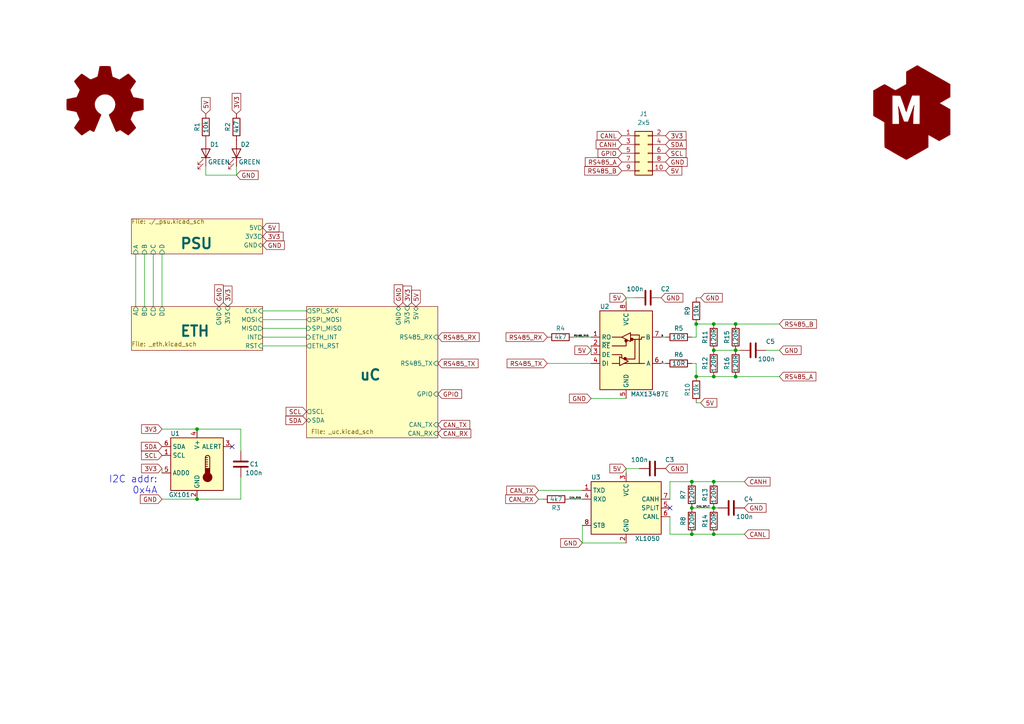
<source format=kicad_sch>
(kicad_sch (version 20211123) (generator eeschema)
  (paper "A4")
  (title_block (title "ether-bridge") (date "2025-06-30") (rev "0.1") (company "makerspace.lt"))
  (lib_symbols
    (symbol "-local:LOGO_KMS" (pin_names (offset 1.016))
      (symbol "LOGO_KMS_0_0"
        (polyline (pts (xy 0.0117 -14.5438) (xy 0.1815 -14.4596) (xy 0.4733 -14.3044) (xy 0.8715 -14.0867) (xy 1.3602 -13.8153) (xy 1.924 -13.4987) (xy 2.5471 -13.1457) (xy 3.2139 -12.765) (xy 6.35 -10.9673) (xy 6.35 -9.1666) (xy 6.3501 -8.9706) (xy 6.3525 -8.4585) (xy 6.3574 -8.0174) (xy 6.3642 -7.6719) (xy 6.3725 -7.4466) (xy 6.382 -7.366) (xy 6.3931 -7.3705) (xy 6.5163 -7.4356) (xy 6.7572 -7.5687) (xy 7.0937 -7.7574) (xy 7.504 -7.9893) (xy 7.966 -8.2524) (xy 9.518 -9.1387) (xy 9.8784 -8.9373) (xy 9.9805 -8.8799) (xy 10.249 -8.728) (xy 10.6096 -8.5232) (xy 11.0278 -8.2852) (xy 11.4694 -8.0335) (xy 12.7 -7.331) (xy 12.7 0.0494) (xy 11.176 0.9196) (xy 11.0418 0.9963) (xy 10.5993 1.2512) (xy 10.2174 1.4738) (xy 9.9177 1.6515) (xy 9.722 1.7712) (xy 9.652 1.8203) (xy 9.6578 1.8264) (xy 9.7659 1.8969) (xy 9.9934 2.0344) (xy 10.3187 2.2262) (xy 10.7201 2.4593) (xy 11.176 2.721) (xy 12.7 3.5912) (xy 12.7 7.3263) (xy 8.3185 9.8382) (xy 7.6069 10.2461) (xy 6.8355 10.688) (xy 6.1113 11.1028) (xy 5.4483 11.4824) (xy 4.8609 11.8184) (xy 4.3634 12.1028) (xy 3.9699 12.3275) (xy 3.6948 12.4842) (xy 3.5523 12.5649) (xy 3.1677 12.7795) (xy 1.5789 11.8716) (xy -0.0098 10.9637) (xy -0.0424 7.3239) (xy -1.6087 6.4227) (xy -1.8975 6.2571) (xy -2.3649 5.9936) (xy -2.7164 5.8043) (xy -2.9709 5.68) (xy -3.1477 5.612) (xy -3.2658 5.5912) (xy -3.3444 5.6086) (xy -3.4618 5.6732) (xy -3.7025 5.8093) (xy -4.0377 6.0007) (xy -4.4409 6.2321) (xy -4.8855 6.4885) (xy -5.3221 6.7382) (xy -5.7113 6.9558) (xy -6.0282 7.1278) (xy -6.2482 7.2407) (xy -6.3467 7.2813) (xy -6.3645 7.2764) (xy -6.5062 7.2095) (xy -6.7636 7.0739) (xy -7.1139 6.8821) (xy -7.5342 6.6465) (xy -8.0018 6.3795) (xy -9.5674 5.4776) (xy -9.5674 4.0688) (xy -4.064 4.0688) (xy -1.7516 4.0216) (xy -1.1718 2.4553) (xy -1 1.9865) (xy -0.7964 1.4201) (xy -0.6059 0.8796) (xy -0.4442 0.409) (xy -0.3266 0.0527) (xy -0.2179 -0.2807) (xy -0.1159 -0.5429) (xy -0.0353 -0.6449) (xy 0.0378 -0.5883) (xy 0.1173 -0.3745) (xy 0.217 -0.005) (xy 0.2461 0.1011) (xy 0.3452 0.4246) (xy 0.4827 0.8444) (xy 0.6445 1.3178) (xy 0.8165 1.8022) (xy 0.8988 2.0297) (xy 1.0719 2.5096) (xy 1.232 2.9552) (xy 1.3642 3.325) (xy 1.4536 3.5771) (xy 1.6242 4.064) (xy 3.88 4.064) (xy 3.9085 3.0691) (xy 3.9135 2.811) (xy 3.9177 2.3699) (xy 3.9198 1.8095) (xy 3.9199 1.1571) (xy 3.9179 0.44) (xy 3.9139 -0.3146) (xy 3.908 -1.0795) (xy 3.879 -4.2334) (xy 1.9224 -4.2334) (xy 1.9748 -2.4342) (xy 1.9947 -1.8396) (xy 2.0364 -0.9704) (xy 2.0906 -0.2293) (xy 2.1593 0.4093) (xy 2.2446 0.971) (xy 2.262 1.0904) (xy 2.2529 1.171) (xy 2.1976 1.1001) (xy 2.0991 0.8842) (xy 1.9605 0.5295) (xy 1.7849 0.0423) (xy 1.7468 -0.0664) (xy 1.5718 -0.5599) (xy 1.3664 -1.1332) (xy 1.1532 -1.7235) (xy 0.9546 -2.2683) (xy 0.4799 -3.5629) (xy -0.1138 -3.5383) (xy -0.7074 -3.5137) (xy -0.9586 -2.8364) (xy -0.9612 -2.8292) (xy -1.0706 -2.529) (xy -1.2213 -2.1084) (xy -1.3998 -1.6058) (xy -1.5924 -1.0595) (xy -1.7856 -0.508) (xy -1.8442 -0.3408) (xy -2.0095 0.1196) (xy -2.1523 0.5018) (xy -2.2647 0.7852) (xy -2.3386 0.9493) (xy -2.3659 0.9736) (xy -2.3657 0.9477) (xy -2.3538 0.7623) (xy -2.3275 0.455) (xy -2.29 0.0619) (xy -2.2445 -0.381) (xy -2.2379 -0.4446) (xy -2.1912 -1.0068) (xy -2.1531 -1.6534) (xy -2.1273 -2.3095) (xy -2.1176 -2.8999) (xy -2.1167 -4.2334) (xy -4.064 -4.2334) (xy -4.064 4.0688) (xy -9.5674 4.0688) (xy -9.5674 -1.8386) (xy -8.1915 -2.6257) (xy -7.7716 -2.8672) (xy -7.3526 -3.111) (xy -6.9963 -3.3211) (xy -6.7308 -3.4809) (xy -6.5844 -3.5738) (xy -6.353 -3.7348) (xy -6.3529 -7.3454) (xy -6.3527 -7.7944) (xy -6.3506 -8.6376) (xy -6.346 -9.3299) (xy -6.3386 -9.8839) (xy -6.3279 -10.3121) (xy -6.3136 -10.6272) (xy -6.2954 -10.8417) (xy -6.2729 -10.9682) (xy -6.2456 -11.0192) (xy -6.2238 -11.0319) (xy -6.0739 -11.1186) (xy -5.8 -11.2769) (xy -5.4182 -11.4974) (xy -4.9445 -11.7709) (xy -4.3949 -12.0881) (xy -3.7856 -12.4397) (xy -3.1327 -12.8164) (xy -2.8568 -12.9754) (xy -2.2209 -13.34) (xy -1.6355 -13.6733) (xy -1.1165 -13.9663) (xy -0.6799 -14.2101) (xy -0.3417 -14.3958) (xy -0.1179 -14.5142) (xy -0.0246 -14.5566) (xy 0.0117 -14.5438)) (stroke (width 0.01)) (fill (type outline)))
      )
    )
    (symbol "Connector_Generic:Conn_02x05_Odd_Even" (pin_names (offset 1.016) hide)
      (property "Reference" "J" (at 1.27 7.62 0))
      (property "Value" "Conn_02x05_Odd_Even" (at 1.27 -7.62 0))
      (symbol "Conn_02x05_Odd_Even_1_1"
        (rectangle (start -1.27 -4.953) (end 0 -5.207) (stroke (width 0.1524)))
        (rectangle (start -1.27 -2.413) (end 0 -2.667) (stroke (width 0.1524)))
        (rectangle (start -1.27 0.127) (end 0 -0.127) (stroke (width 0.1524)))
        (rectangle (start -1.27 2.667) (end 0 2.413) (stroke (width 0.1524)))
        (rectangle (start -1.27 5.207) (end 0 4.953) (stroke (width 0.1524)))
        (rectangle (start -1.27 6.35) (end 3.81 -6.35) (stroke (width 0.254)) (fill (type background)))
        (rectangle (start 3.81 -4.953) (end 2.54 -5.207) (stroke (width 0.1524)))
        (rectangle (start 3.81 -2.413) (end 2.54 -2.667) (stroke (width 0.1524)))
        (rectangle (start 3.81 0.127) (end 2.54 -0.127) (stroke (width 0.1524)))
        (rectangle (start 3.81 2.667) (end 2.54 2.413) (stroke (width 0.1524)))
        (rectangle (start 3.81 5.207) (end 2.54 4.953) (stroke (width 0.1524)))
        (pin passive line (at -5.08 5.08 0) (length 3.81) (name "Pin_1") (number "1"))
        (pin passive line (at 7.62 -5.08 180) (length 3.81) (name "Pin_10") (number "10"))
        (pin passive line (at 7.62 5.08 180) (length 3.81) (name "Pin_2") (number "2"))
        (pin passive line (at -5.08 2.54 0) (length 3.81) (name "Pin_3") (number "3"))
        (pin passive line (at 7.62 2.54 180) (length 3.81) (name "Pin_4") (number "4"))
        (pin passive line (at -5.08 0 0) (length 3.81) (name "Pin_5") (number "5"))
        (pin passive line (at 7.62 0 180) (length 3.81) (name "Pin_6") (number "6"))
        (pin passive line (at -5.08 -2.54 0) (length 3.81) (name "Pin_7") (number "7"))
        (pin passive line (at 7.62 -2.54 180) (length 3.81) (name "Pin_8") (number "8"))
        (pin passive line (at -5.08 -5.08 0) (length 3.81) (name "Pin_9") (number "9"))
      )
    )
    (symbol "Device:C" (pin_numbers hide) (pin_names (offset 0.254))
      (property "Reference" "C" (at 0.635 2.54 0))
      (property "Value" "C" (at 0.635 -2.54 0))
      (symbol "C_0_1"
        (polyline (pts (xy -2.032 -0.762) (xy 2.032 -0.762)) (stroke (width 0.508)))
        (polyline (pts (xy -2.032 0.762) (xy 2.032 0.762)) (stroke (width 0.508)))
      )
      (symbol "C_1_1"
        (pin passive line (at 0 3.81 270) (length 2.794) (name "~") (number "1"))
        (pin passive line (at 0 -3.81 90) (length 2.794) (name "~") (number "2"))
      )
    )
    (symbol "Device:LED" (pin_numbers hide) (pin_names (offset 1.016) hide)
      (property "Reference" "D" (at 0 2.54 0))
      (property "Value" "LED" (at 0 -2.54 0))
      (symbol "LED_0_1"
        (polyline (pts (xy -1.27 -1.27) (xy -1.27 1.27)) (stroke (width 0.254)))
        (polyline (pts (xy -1.27 0) (xy 1.27 0)))
        (polyline (pts (xy 1.27 -1.27) (xy 1.27 1.27) (xy -1.27 0) (xy 1.27 -1.27)) (stroke (width 0.254)))
        (polyline (pts (xy -3.048 -0.762) (xy -4.572 -2.286) (xy -3.81 -2.286) (xy -4.572 -2.286) (xy -4.572 -1.524)))
        (polyline (pts (xy -1.778 -0.762) (xy -3.302 -2.286) (xy -2.54 -2.286) (xy -3.302 -2.286) (xy -3.302 -1.524)))
      )
      (symbol "LED_1_1"
        (pin passive line (at -3.81 0 0) (length 2.54) (name "K") (number "1"))
        (pin passive line (at 3.81 0 180) (length 2.54) (name "A") (number "2"))
      )
    )
    (symbol "Device:R" (pin_numbers hide) (pin_names (offset 0))
      (property "Reference" "R" (at 2.032 0 90))
      (property "Value" "R" (at 0 0 90))
      (symbol "R_0_1"
        (rectangle (start -1.016 -2.54) (end 1.016 2.54) (stroke (width 0.254)))
      )
      (symbol "R_1_1"
        (pin passive line (at 0 3.81 270) (length 1.27) (name "~") (number "1"))
        (pin passive line (at 0 -3.81 90) (length 1.27) (name "~") (number "2"))
      )
    )
    (symbol "Graphic:Logo_Open_Hardware_Large" (pin_names (offset 1.016))
      (symbol "Logo_Open_Hardware_Large_1_1"
        (polyline (pts (xy 6.731 -8.7122) (xy 6.6294 -8.6614) (xy 6.35 -8.4836) (xy 5.9944 -8.255) (xy 5.5372 -7.9502) (xy 5.1054 -7.6454) (xy 4.7498 -7.4168) (xy 4.4958 -7.239) (xy 4.3942 -7.1882) (xy 4.318 -7.2136) (xy 4.1148 -7.3152) (xy 3.81 -7.4676) (xy 3.6322 -7.5692) (xy 3.3528 -7.6708) (xy 3.2258 -7.6962) (xy 3.2004 -7.6708) (xy 3.0988 -7.4676) (xy 2.9464 -7.0866) (xy 2.7178 -6.604) (xy 2.4892 -6.0452) (xy 2.2352 -5.4356) (xy 1.9558 -4.826) (xy 1.7272 -4.2164) (xy 1.4986 -3.683) (xy 1.3208 -3.2512) (xy 1.2192 -2.9464) (xy 1.1684 -2.8194) (xy 1.1938 -2.794) (xy 1.3208 -2.667) (xy 1.5748 -2.4892) (xy 2.0828 -2.0574) (xy 2.6162 -1.397) (xy 2.921 -0.6604) (xy 3.048 0.1524) (xy 2.9464 0.9144) (xy 2.6416 1.6256) (xy 2.1336 2.286) (xy 1.524 2.7686) (xy 0.8128 3.0734) (xy 0 3.175) (xy -0.762 3.0988) (xy -1.4986 2.794) (xy -2.159 2.286) (xy -2.4384 1.9812) (xy -2.8194 1.3208) (xy -3.048 0.6096) (xy -3.0734 0.4318) (xy -3.0226 -0.3556) (xy -2.794 -1.0922) (xy -2.3876 -1.7526) (xy -1.8288 -2.3114) (xy -1.7526 -2.3622) (xy -1.4732 -2.5654) (xy -1.2954 -2.6924) (xy -1.1684 -2.8194) (xy -2.159 -5.207) (xy -2.3114 -5.588) (xy -2.5908 -6.2484) (xy -2.8194 -6.8072) (xy -3.0226 -7.2644) (xy -3.1496 -7.5692) (xy -3.2258 -7.6708) (xy -3.2258 -7.6962) (xy -3.302 -7.6962) (xy -3.4798 -7.6454) (xy -3.8354 -7.4676) (xy -4.0386 -7.366) (xy -4.2926 -7.239) (xy -4.4196 -7.1882) (xy -4.5212 -7.239) (xy -4.7498 -7.3914) (xy -5.1054 -7.6454) (xy -5.5372 -7.9248) (xy -5.9436 -8.2042) (xy -6.3246 -8.4582) (xy -6.604 -8.636) (xy -6.731 -8.7122) (xy -6.7564 -8.7122) (xy -6.858 -8.636) (xy -7.0866 -8.4582) (xy -7.4168 -8.1534) (xy -7.874 -7.6962) (xy -7.9502 -7.62) (xy -8.3312 -7.239) (xy -8.636 -6.9088) (xy -8.8392 -6.6802) (xy -8.9154 -6.5786) (xy -8.9154 -6.5786) (xy -8.8392 -6.4516) (xy -8.6614 -6.1722) (xy -8.4328 -5.7912) (xy -8.128 -5.3594) (xy -7.3152 -4.191) (xy -7.7724 -3.0988) (xy -7.8994 -2.7686) (xy -8.0772 -2.3622) (xy -8.2042 -2.0828) (xy -8.255 -1.9558) (xy -8.382 -1.905) (xy -8.6614 -1.8542) (xy -9.0932 -1.7526) (xy -9.6266 -1.651) (xy -10.1092 -1.5748) (xy -10.541 -1.4732) (xy -10.8712 -1.4224) (xy -11.0236 -1.397) (xy -11.049 -1.3716) (xy -11.0744 -1.2954) (xy -11.0998 -1.143) (xy -11.0998 -0.889) (xy -11.1252 -0.4572) (xy -11.1252 0.1524) (xy -11.1252 0.2286) (xy -11.0998 0.8128) (xy -11.0998 1.27) (xy -11.0744 1.5494) (xy -11.0744 1.6764) (xy -11.0744 1.6764) (xy -10.922 1.7018) (xy -10.6172 1.778) (xy -10.16 1.8542) (xy -9.652 1.9558) (xy -9.6012 1.9812) (xy -9.0932 2.0828) (xy -8.636 2.159) (xy -8.3312 2.2352) (xy -8.2042 2.286) (xy -8.1788 2.3114) (xy -8.0772 2.5146) (xy -7.9248 2.8448) (xy -7.747 3.2512) (xy -7.5692 3.6576) (xy -7.4168 4.0386) (xy -7.3152 4.318) (xy -7.2898 4.445) (xy -7.2898 4.445) (xy -7.366 4.572) (xy -7.5438 4.826) (xy -7.7978 5.207) (xy -8.128 5.6642) (xy -8.128 5.6896) (xy -8.4328 6.1468) (xy -8.6868 6.5278) (xy -8.8392 6.7818) (xy -8.9154 6.9088) (xy -8.9154 6.9088) (xy -8.8138 7.0358) (xy -8.5852 7.2898) (xy -8.255 7.6454) (xy -7.874 8.0264) (xy -7.747 8.1534) (xy -7.3152 8.5852) (xy -7.0104 8.8646) (xy -6.8326 8.9916) (xy -6.731 9.0424) (xy -6.731 9.0424) (xy -6.604 8.9408) (xy -6.3246 8.763) (xy -5.9436 8.509) (xy -5.4864 8.2042) (xy -5.461 8.1788) (xy -5.0038 7.874) (xy -4.6482 7.62) (xy -4.3688 7.4422) (xy -4.2672 7.3914) (xy -4.2418 7.3914) (xy -4.064 7.4422) (xy -3.7338 7.5438) (xy -3.3528 7.6962) (xy -2.9464 7.874) (xy -2.5654 8.0264) (xy -2.286 8.1534) (xy -2.159 8.2296) (xy -2.159 8.2296) (xy -2.1082 8.382) (xy -2.032 8.7122) (xy -1.9304 9.1694) (xy -1.8288 9.7282) (xy -1.8034 9.8044) (xy -1.7018 10.3378) (xy -1.6256 10.7696) (xy -1.5748 11.0744) (xy -1.524 11.2014) (xy -1.4478 11.2268) (xy -1.1938 11.2522) (xy -0.8128 11.2522) (xy -0.3302 11.2522) (xy 0.1524 11.2522) (xy 0.6604 11.2522) (xy 1.0668 11.2268) (xy 1.3716 11.2014) (xy 1.4986 11.176) (xy 1.4986 11.176) (xy 1.5494 11.0236) (xy 1.6256 10.6934) (xy 1.7018 10.2108) (xy 1.8288 9.6774) (xy 1.8288 9.5758) (xy 1.9304 9.0424) (xy 2.032 8.6106) (xy 2.0828 8.3058) (xy 2.1336 8.2042) (xy 2.159 8.1788) (xy 2.3876 8.0772) (xy 2.7432 7.9248) (xy 3.175 7.747) (xy 4.191 7.3406) (xy 5.461 8.2042) (xy 5.5626 8.2804) (xy 6.0198 8.5852) (xy 6.3754 8.8392) (xy 6.6294 8.9916) (xy 6.7564 9.0424) (xy 6.7564 9.0424) (xy 6.8834 8.9408) (xy 7.1374 8.7122) (xy 7.4676 8.382) (xy 7.8486 7.9756) (xy 8.1534 7.6962) (xy 8.4836 7.3406) (xy 8.7122 7.112) (xy 8.8392 6.9596) (xy 8.8646 6.858) (xy 8.8646 6.8072) (xy 8.7884 6.6802) (xy 8.6106 6.4008) (xy 8.3312 6.0198) (xy 8.0264 5.588) (xy 7.7978 5.207) (xy 7.5184 4.8006) (xy 7.3406 4.4958) (xy 7.2898 4.3434) (xy 7.2898 4.2926) (xy 7.3914 4.0386) (xy 7.5184 3.683) (xy 7.7216 3.2258) (xy 8.1534 2.2352) (xy 8.7884 2.1082) (xy 9.1948 2.0574) (xy 9.7536 1.9304) (xy 10.2616 1.8288) (xy 11.0998 1.6764) (xy 11.1252 -1.3208) (xy 10.9982 -1.3716) (xy 10.8712 -1.397) (xy 10.5664 -1.4732) (xy 10.1346 -1.5494) (xy 9.6266 -1.651) (xy 9.1948 -1.7272) (xy 8.7376 -1.8288) (xy 8.4328 -1.8796) (xy 8.2804 -1.905) (xy 8.255 -1.9558) (xy 8.1534 -2.159) (xy 7.9756 -2.5146) (xy 7.8232 -2.921) (xy 7.6454 -3.3274) (xy 7.493 -3.7338) (xy 7.366 -4.0132) (xy 7.3406 -4.191) (xy 7.3914 -4.2926) (xy 7.5692 -4.5466) (xy 7.7978 -4.9276) (xy 8.1026 -5.3594) (xy 8.4074 -5.7912) (xy 8.6614 -6.1722) (xy 8.8138 -6.4262) (xy 8.89 -6.5532) (xy 8.8646 -6.6548) (xy 8.6868 -6.858) (xy 8.3566 -7.1882) (xy 7.874 -7.6708) (xy 7.7978 -7.747) (xy 7.3914 -8.128) (xy 7.0612 -8.4328) (xy 6.8326 -8.636) (xy 6.731 -8.7122)) (fill (type outline)))
      )
    )
    (symbol "Interface_CAN_LIN:TJA1042T"
      (property "Reference" "U" (at -10.16 8.89 0))
      (property "Value" "TJA1042T" (at 1.27 8.89 0))
      (symbol "TJA1042T_0_1"
        (rectangle (start -10.16 7.62) (end 10.16 -7.62) (stroke (width 0.254)) (fill (type background)))
      )
      (symbol "TJA1042T_1_1"
        (pin input line (at -12.7 5.08 0) (length 2.54) (name "TXD") (number "1"))
        (pin power_in line (at 0 -10.16 90) (length 2.54) (name "GND") (number "2"))
        (pin power_in line (at 0 10.16 270) (length 2.54) (name "VCC") (number "3"))
        (pin output line (at -12.7 2.54 0) (length 2.54) (name "RXD") (number "4"))
        (pin power_out line (at 12.7 0 180) (length 2.54) (name "SPLIT") (number "5"))
        (pin bidirectional line (at 12.7 -2.54 180) (length 2.54) (name "CANL") (number "6"))
        (pin bidirectional line (at 12.7 2.54 180) (length 2.54) (name "CANH") (number "7"))
        (pin input line (at -12.7 -5.08 0) (length 2.54) (name "STB") (number "8"))
      )
    )
    (symbol "Interface_UART:MAX487E"
      (property "Reference" "U" (at -6.096 11.43 0))
      (property "Value" "MAX487E" (at 0.762 11.43 0))
      (symbol "MAX487E_0_1"
        (rectangle (start -7.62 10.16) (end 7.62 -12.7) (stroke (width 0.254)) (fill (type background)))
        (circle (center -0.3048 -3.683) (radius 0.3556) (stroke (width 0.254)) (fill (type outline)))
        (circle (center -0.0254 1.4986) (radius 0.3556) (stroke (width 0.254)) (fill (type outline)))
        (polyline (pts (xy -4.064 -5.08) (xy -1.905 -5.08)) (stroke (width 0.254)))
        (polyline (pts (xy -4.064 2.54) (xy -1.27 2.54)) (stroke (width 0.254)))
        (polyline (pts (xy -1.27 -3.2004) (xy -1.27 -3.4544)) (stroke (width 0.254)))
        (polyline (pts (xy -0.635 -5.08) (xy 5.334 -5.08)) (stroke (width 0.254)))
        (polyline (pts (xy -4.064 -2.54) (xy -1.27 -2.54) (xy -1.27 -3.175)) (stroke (width 0.254)))
        (polyline (pts (xy 0 1.27) (xy 0 0) (xy -4.064 0)) (stroke (width 0.254)))
        (polyline (pts (xy 1.27 3.175) (xy 3.81 3.175) (xy 3.81 -5.08)) (stroke (width 0.254)))
        (polyline (pts (xy 2.54 1.905) (xy 2.54 -3.81) (xy 0 -3.81)) (stroke (width 0.254)))
        (polyline (pts (xy -1.905 -3.175) (xy -1.905 -5.715) (xy 0.635 -4.445) (xy -1.905 -3.175)) (stroke (width 0.254)))
        (polyline (pts (xy -1.27 2.54) (xy 1.27 3.81) (xy 1.27 1.27) (xy -1.27 2.54)) (stroke (width 0.254)))
        (polyline (pts (xy 1.905 1.905) (xy 4.445 1.905) (xy 4.445 2.54) (xy 5.334 2.54)) (stroke (width 0.254)))
        (rectangle (start 1.27 3.175) (end 1.27 3.175))
        (circle (center 1.651 1.905) (radius 0.3556) (stroke (width 0.254)) (fill (type outline)))
      )
      (symbol "MAX487E_1_1"
        (pin output line (at -10.16 2.54 0) (length 2.54) (name "RO") (number "1"))
        (pin input line (at -10.16 0 0) (length 2.54) (name "~{RE}") (number "2"))
        (pin input line (at -10.16 -2.54 0) (length 2.54) (name "DE") (number "3"))
        (pin input line (at -10.16 -5.08 0) (length 2.54) (name "DI") (number "4"))
        (pin power_in line (at 0 -15.24 90) (length 2.54) (name "GND") (number "5"))
        (pin bidirectional line (at 10.16 -5.08 180) (length 2.54) (name "A") (number "6"))
        (pin bidirectional line (at 10.16 2.54 180) (length 2.54) (name "B") (number "7"))
        (pin power_in line (at 0 12.7 270) (length 2.54) (name "VCC") (number "8"))
      )
    )
    (symbol "Sensor_Temperature:TMP101"
      (property "Reference" "U" (at -2.54 10.795 0))
      (property "Value" "TMP101" (at -2.54 8.89 0))
      (symbol "TMP101_0_1"
        (rectangle (start -7.62 7.62) (end 7.62 -7.62) (stroke (width 0.254)) (fill (type background)))
      )
      (symbol "TMP101_1_1"
        (polyline (pts (xy 2.413 -0.635) (xy 3.048 -0.635)) (stroke (width 0.254)))
        (polyline (pts (xy 2.413 0) (xy 3.048 0)) (stroke (width 0.254)))
        (polyline (pts (xy 2.413 0.635) (xy 3.048 0.635)) (stroke (width 0.254)))
        (polyline (pts (xy 2.413 1.27) (xy 3.048 1.27)) (stroke (width 0.254)))
        (polyline (pts (xy 2.413 1.905) (xy 2.413 -1.27)) (stroke (width 0.254)))
        (polyline (pts (xy 2.413 1.905) (xy 3.048 1.905)) (stroke (width 0.254)))
        (polyline (pts (xy 3.683 1.905) (xy 3.683 -1.27)) (stroke (width 0.254)))
        (circle (center 3.048 -3.81) (radius 1.27) (stroke (width 0.254)) (fill (type outline)))
        (rectangle (start 3.683 -3.175) (end 2.413 -1.27) (stroke (width 0.254)) (fill (type outline)))
        (arc (start 3.683 1.905) (mid 3.048 2.54) (end 2.413 1.905) (stroke (width 0.254)))
        (pin input line (at -10.16 2.54 0) (length 2.54) (name "SCL") (number "1"))
        (pin power_in line (at 0 -10.16 90) (length 2.54) (name "GND") (number "2"))
        (pin open_collector line (at 10.16 5.08 180) (length 2.54) (name "ALERT") (number "3"))
        (pin power_in line (at 0 10.16 270) (length 2.54) (name "V+") (number "4"))
        (pin input line (at -10.16 -2.54 0) (length 2.54) (name "ADD0") (number "5"))
        (pin bidirectional line (at -10.16 5.08 0) (length 2.54) (name "SDA") (number "6"))
      )
    )
  )
  (junction (at 57.15 124.46))
  (junction (at 213.36 101.6))
  (junction (at 213.36 109.22))
  (junction (at 207.01 101.6))
  (junction (at 207.01 147.32))
  (junction (at 201.93 109.22))
  (junction (at 200.66 154.94))
  (junction (at 200.66 139.7))
  (junction (at 207.01 154.94))
  (junction (at 200.66 147.32))
  (junction (at 207.01 139.7))
  (junction (at 57.15 144.78))
  (junction (at 207.01 93.98))
  (junction (at 207.01 109.22))
  (junction (at 201.93 93.98))
  (junction (at 213.36 93.98))
  (no_connect (at 67.31 129.54))
  (no_connect (at 194.31 147.32))
  (wire (pts (xy 201.93 109.22) (xy 207.01 109.22)))
  (wire (pts (xy 171.45 115.57) (xy 181.61 115.57)))
  (wire (pts (xy 76.2 90.17) (xy 88.9 90.17)))
  (wire (pts (xy 207.01 93.98) (xy 213.36 93.98)))
  (wire (pts (xy 203.2 116.84) (xy 201.93 116.84)))
  (wire (pts (xy 194.31 139.7) (xy 200.66 139.7)))
  (wire (pts (xy 76.2 95.25) (xy 88.9 95.25)))
  (wire (pts (xy 171.45 100.33) (xy 171.45 102.87)))
  (wire (pts (xy 222.25 101.6) (xy 226.06 101.6)))
  (wire (pts (xy 193.04 105.41) (xy 191.77 105.41)))
  (wire (pts (xy 46.99 135.89) (xy 46.99 137.16)))
  (wire (pts (xy 194.31 149.86) (xy 194.31 154.94)))
  (wire (pts (xy 215.9 139.7) (xy 207.01 139.7)))
  (wire (pts (xy 41.91 73.66) (xy 41.91 88.9)))
  (wire (pts (xy 181.61 135.89) (xy 181.61 137.16)))
  (wire (pts (xy 213.36 109.22) (xy 226.06 109.22)))
  (wire (pts (xy 156.21 142.24) (xy 168.91 142.24)))
  (wire (pts (xy 57.15 124.46) (xy 69.85 124.46)))
  (wire (pts (xy 207.01 147.32) (xy 200.66 147.32)))
  (wire (pts (xy 201.93 105.41) (xy 200.66 105.41)))
  (wire (pts (xy 181.61 135.89) (xy 185.42 135.89)))
  (wire (pts (xy 214.63 101.6) (xy 213.36 101.6)))
  (wire (pts (xy 201.93 97.79) (xy 200.66 97.79)))
  (wire (pts (xy 69.85 130.81) (xy 69.85 124.46)))
  (wire (pts (xy 208.28 147.32) (xy 207.01 147.32)))
  (wire (pts (xy 44.45 73.66) (xy 44.45 88.9)))
  (wire (pts (xy 193.04 97.79) (xy 191.77 97.79)))
  (wire (pts (xy 181.61 86.36) (xy 184.15 86.36)))
  (wire (pts (xy 203.2 86.36) (xy 201.93 86.36)))
  (wire (pts (xy 213.36 101.6) (xy 207.01 101.6)))
  (wire (pts (xy 39.37 73.66) (xy 39.37 88.9)))
  (wire (pts (xy 165.1 144.78) (xy 168.91 144.78)))
  (wire (pts (xy 207.01 109.22) (xy 213.36 109.22)))
  (wire (pts (xy 76.2 97.79) (xy 88.9 97.79)))
  (wire (pts (xy 207.01 154.94) (xy 200.66 154.94)))
  (wire (pts (xy 158.75 105.41) (xy 171.45 105.41)))
  (wire (pts (xy 69.85 138.43) (xy 69.85 144.78)))
  (wire (pts (xy 215.9 154.94) (xy 207.01 154.94)))
  (wire (pts (xy 46.99 73.66) (xy 46.99 88.9)))
  (wire (pts (xy 181.61 86.36) (xy 181.61 87.63)))
  (wire (pts (xy 201.93 93.98) (xy 201.93 97.79)))
  (wire (pts (xy 194.31 139.7) (xy 194.31 144.78)))
  (wire (pts (xy 213.36 93.98) (xy 226.06 93.98)))
  (wire (pts (xy 207.01 139.7) (xy 200.66 139.7)))
  (wire (pts (xy 57.15 144.78) (xy 46.99 144.78)))
  (wire (pts (xy 168.91 152.4) (xy 168.91 157.48)))
  (wire (pts (xy 168.91 157.48) (xy 181.61 157.48)))
  (wire (pts (xy 76.2 100.33) (xy 88.9 100.33)))
  (wire (pts (xy 166.37 97.79) (xy 171.45 97.79)))
  (wire (pts (xy 46.99 124.46) (xy 57.15 124.46)))
  (wire (pts (xy 201.93 105.41) (xy 201.93 109.22)))
  (wire (pts (xy 68.58 50.8) (xy 68.58 48.26)))
  (wire (pts (xy 59.69 50.8) (xy 68.58 50.8)))
  (wire (pts (xy 59.69 48.26) (xy 59.69 50.8)))
  (wire (pts (xy 156.21 144.78) (xy 157.48 144.78)))
  (wire (pts (xy 194.31 154.94) (xy 200.66 154.94)))
  (wire (pts (xy 76.2 92.71) (xy 88.9 92.71)))
  (wire (pts (xy 69.85 144.78) (xy 57.15 144.78)))
  (wire (pts (xy 201.93 93.98) (xy 207.01 93.98)))
  (text "I2C addr:\n0x4A" (at 45.72 143.51 180) (effects (font (size 2 2)) (justify right bottom)))
  (label "RS485_RX5" (at 166.37 97.79 0) (effects (font (size 0.5 0.5))))
  (label "CAN_RX5" (at 165.1 144.78 0) (effects (font (size 0.5 0.5))))
  (label "B" (at 191.77 97.79 0) (effects (font (size 0.5 0.5))))
  (label "A" (at 191.8486 105.41 0) (effects (font (size 0.5 0.5))))
  (label "CAN_SPLIT" (at 201.93 147.32 0) (effects (font (size 0.5 0.5))))
  (global_label "CANH" (shape input) (at 180.34 41.91 180) (property "Intersheet References" "${INTERSHEET_REFS}" (effects hide)))
  (global_label "GND" (shape input) (at 191.77 86.36 0) (property "Intersheet References" "${INTERSHEET_REFS}" (effects hide)))
  (global_label "CAN_TX" (shape input) (at 156.21 142.24 180) (property "Intersheet References" "${INTERSHEET_REFS}" (effects hide)))
  (global_label "GND" (shape input) (at 171.45 115.57 180) (property "Intersheet References" "${INTERSHEET_REFS}" (effects hide)))
  (global_label "GND" (shape input) (at 63.5 88.9 90) (property "Intersheet References" "${INTERSHEET_REFS}" (effects hide)))
  (global_label "GND" (shape input) (at 46.99 144.78 180) (property "Intersheet References" "${INTERSHEET_REFS}" (effects hide)))
  (global_label "3V3" (shape input) (at 118.11 88.9 90) (property "Intersheet References" "${INTERSHEET_REFS}" (effects hide)))
  (global_label "5V" (shape input) (at 181.61 135.89 180) (property "Intersheet References" "${INTERSHEET_REFS}" (effects hide)))
  (global_label "RS485_RX" (shape input) (at 127 97.79 0) (property "Intersheet References" "${INTERSHEET_REFS}" (effects hide)))
  (global_label "CAN_TX" (shape input) (at 127 123.19 0) (property "Intersheet References" "${INTERSHEET_REFS}" (effects hide)))
  (global_label "GND" (shape input) (at 203.2 86.36 0) (property "Intersheet References" "${INTERSHEET_REFS}" (effects hide)))
  (global_label "RS485_TX" (shape input) (at 127 105.41 0) (property "Intersheet References" "${INTERSHEET_REFS}" (effects hide)))
  (global_label "GND" (shape input) (at 168.91 157.48 180) (property "Intersheet References" "${INTERSHEET_REFS}" (effects hide)))
  (global_label "5V" (shape input) (at 76.2 66.04 0) (property "Intersheet References" "${INTERSHEET_REFS}" (effects hide)))
  (global_label "SCL" (shape input) (at 88.9 119.38 180) (property "Intersheet References" "${INTERSHEET_REFS}" (effects hide)))
  (global_label "GND" (shape input) (at 76.2 71.12 0) (property "Intersheet References" "${INTERSHEET_REFS}" (effects hide)))
  (global_label "RS485_B" (shape input) (at 226.06 93.98 0) (property "Intersheet References" "${INTERSHEET_REFS}" (effects hide)))
  (global_label "RS485_TX" (shape input) (at 158.75 105.41 180) (property "Intersheet References" "${INTERSHEET_REFS}" (effects hide)))
  (global_label "5V" (shape input) (at 171.45 101.6 180) (property "Intersheet References" "${INTERSHEET_REFS}" (effects hide)))
  (global_label "GND" (shape input) (at 68.58 50.8 0) (property "Intersheet References" "${INTERSHEET_REFS}" (effects hide)))
  (global_label "GND" (shape input) (at 115.57 88.9 90) (property "Intersheet References" "${INTERSHEET_REFS}" (effects hide)))
  (global_label "SDA" (shape input) (at 193.04 41.91 0) (property "Intersheet References" "${INTERSHEET_REFS}" (effects hide)))
  (global_label "SCL" (shape input) (at 193.04 44.45 0) (property "Intersheet References" "${INTERSHEET_REFS}" (effects hide)))
  (global_label "GND" (shape input) (at 193.04 135.89 0) (property "Intersheet References" "${INTERSHEET_REFS}" (effects hide)))
  (global_label "RS485_B" (shape input) (at 180.34 49.53 180) (property "Intersheet References" "${INTERSHEET_REFS}" (effects hide)))
  (global_label "RS485_A" (shape input) (at 180.34 46.99 180) (property "Intersheet References" "${INTERSHEET_REFS}" (effects hide)))
  (global_label "GND" (shape input) (at 226.06 101.6 0) (property "Intersheet References" "${INTERSHEET_REFS}" (effects hide)))
  (global_label "RS485_RX" (shape input) (at 158.75 97.79 180) (property "Intersheet References" "${INTERSHEET_REFS}" (effects hide)))
  (global_label "3V3" (shape input) (at 193.04 39.37 0) (property "Intersheet References" "${INTERSHEET_REFS}" (effects hide)))
  (global_label "5V" (shape input) (at 120.65 88.9 90) (property "Intersheet References" "${INTERSHEET_REFS}" (effects hide)))
  (global_label "GND" (shape input) (at 193.04 46.99 0) (property "Intersheet References" "${INTERSHEET_REFS}" (effects hide)))
  (global_label "RS485_A" (shape input) (at 226.06 109.22 0) (property "Intersheet References" "${INTERSHEET_REFS}" (effects hide)))
  (global_label "GPIO" (shape input) (at 127 114.3 0) (property "Intersheet References" "${INTERSHEET_REFS}" (effects hide)))
  (global_label "3V3" (shape input) (at 46.99 135.89 180) (property "Intersheet References" "${INTERSHEET_REFS}" (effects hide)))
  (global_label "5V" (shape input) (at 181.61 86.36 180) (property "Intersheet References" "${INTERSHEET_REFS}" (effects hide)))
  (global_label "SDA" (shape input) (at 88.9 121.92 180) (property "Intersheet References" "${INTERSHEET_REFS}" (effects hide)))
  (global_label "3V3" (shape input) (at 46.99 124.46 180) (property "Intersheet References" "${INTERSHEET_REFS}" (effects hide)))
  (global_label "CANL" (shape input) (at 215.9 154.94 0) (property "Intersheet References" "${INTERSHEET_REFS}" (effects hide)))
  (global_label "SDA" (shape input) (at 46.99 129.54 180) (property "Intersheet References" "${INTERSHEET_REFS}" (effects hide)))
  (global_label "GND" (shape input) (at 215.9 147.32 0) (property "Intersheet References" "${INTERSHEET_REFS}" (effects hide)))
  (global_label "GPIO" (shape input) (at 180.34 44.45 180) (property "Intersheet References" "${INTERSHEET_REFS}" (effects hide)))
  (global_label "SCL" (shape input) (at 46.99 132.08 180) (property "Intersheet References" "${INTERSHEET_REFS}" (effects hide)))
  (global_label "CAN_RX" (shape input) (at 156.21 144.78 180) (property "Intersheet References" "${INTERSHEET_REFS}" (effects hide)))
  (global_label "CANH" (shape input) (at 215.9 139.7 0) (property "Intersheet References" "${INTERSHEET_REFS}" (effects hide)))
  (global_label "CANL" (shape input) (at 180.34 39.37 180) (property "Intersheet References" "${INTERSHEET_REFS}" (effects hide)))
  (global_label "3V3" (shape input) (at 76.2 68.58 0) (property "Intersheet References" "${INTERSHEET_REFS}" (effects hide)))
  (global_label "5V" (shape input) (at 193.04 49.53 0) (property "Intersheet References" "${INTERSHEET_REFS}" (effects hide)))
  (global_label "3V3" (shape input) (at 66.04 88.9 90) (property "Intersheet References" "${INTERSHEET_REFS}" (effects hide)))
  (global_label "CAN_RX" (shape input) (at 127 125.73 0) (property "Intersheet References" "${INTERSHEET_REFS}" (effects hide)))
  (global_label "5V" (shape input) (at 203.2 116.84 0) (property "Intersheet References" "${INTERSHEET_REFS}" (effects hide)))
  (global_label "3V3" (shape input) (at 68.58 33.02 90) (property "Intersheet References" "${INTERSHEET_REFS}" (effects hide)))
  (global_label "5V" (shape input) (at 59.69 33.02 90) (property "Intersheet References" "${INTERSHEET_REFS}" (effects hide)))
  (symbol (lib_id "Device:R") (at 207.01 105.41 0) (unit 1)
    (property "Reference" "R12" (at 204.47 105.41 90))
    (property "Value" "120R" (at 207.01 105.41 90))
    (property "Footprint" "Resistor_SMD:R_0402_1005Metric_Pad0.72x0.64mm_HandSolder" (effects hide))
    (property "jlc-part-type" "B+" (effects hide))
    (property "lcsc#" "C25079" (effects hide))
  )
  (symbol (lib_id "Device:C") (at 187.96 86.36 90) (unit 1)
    (property "Reference" "C2" (at 194.31 83.82 90) (effects (justify left)))
    (property "Value" "100n" (at 186.69 83.82 90) (effects (justify left)))
    (property "Footprint" "Capacitor_SMD:C_0402_1005Metric_Pad0.74x0.62mm_HandSolder" (effects hide))
    (property "jlc-part-type" "B+" (effects hide))
    (property "lcsc#" "C1525" (effects hide))
  )
  (symbol (lib_id "Device:LED") (at 59.69 44.45 270) (mirror x) (unit 1)
    (property "Reference" "D1" (at 62.23 41.91 90))
    (property "Value" "GREEN" (at 63.5 46.99 90))
    (property "Footprint" "LED_SMD:LED_0805_2012Metric_Pad1.15x1.40mm_HandSolder" (effects hide))
    (property "Datasheet" "https://lcsc.com/datasheet/lcsc_datasheet_1806151820_Hubei-KENTO-Elec-KT-0805G_C2297.pdf" (effects hide))
    (property "jlc-part-type" "B+" (effects hide))
    (property "lcsc#" "C2297" (effects hide))
  )
  (symbol (lib_id "Connector_Generic:Conn_02x05_Odd_Even") (at 185.42 44.45 0) (unit 1)
    (property "Reference" "J1" (at 186.69 33.02 0))
    (property "Value" "2x5" (at 186.69 35.56 0))
    (property "Footprint" "Connector_PinHeader_2.54mm:PinHeader_2x05_P2.54mm_Vertical" (effects hide))
    (property "jlc-part-type" "-" (effects hide))
  )
  (symbol (lib_id "Device:R") (at 200.66 151.13 0) (unit 1)
    (property "Reference" "R8" (at 198.12 151.13 90))
    (property "Value" "120R" (at 200.66 151.13 90))
    (property "Footprint" "Resistor_SMD:R_0402_1005Metric_Pad0.72x0.64mm_HandSolder" (effects hide))
    (property "jlc-part-type" "B+" (effects hide))
    (property "lcsc#" "C25079" (effects hide))
  )
  (symbol (lib_id "-local:LOGO_KMS") (at 262.89 31.75 0) (unit 1) (in_bom no)
    (property "Reference" "G2" (effects hide))
    (property "Value" "LOGO_KMS" (effects hide))
    (property "Footprint" "-local:logo_kms_small_silkscreen" (effects hide))
    (property "jlc-part-type" "-" (effects hide))
  )
  (symbol (lib_id "Device:R") (at 207.01 97.79 0) (unit 1)
    (property "Reference" "R11" (at 204.47 97.79 90))
    (property "Value" "120R" (at 207.01 97.79 90))
    (property "Footprint" "Resistor_SMD:R_0402_1005Metric_Pad0.72x0.64mm_HandSolder" (effects hide))
    (property "jlc-part-type" "B+" (effects hide))
    (property "lcsc#" "C25079" (effects hide))
  )
  (symbol (lib_id "Device:LED") (at 68.58 44.45 270) (mirror x) (unit 1)
    (property "Reference" "D2" (at 71.12 41.91 90))
    (property "Value" "GREEN" (at 72.39 46.99 90))
    (property "Footprint" "LED_SMD:LED_0805_2012Metric_Pad1.15x1.40mm_HandSolder" (effects hide))
    (property "Datasheet" "https://lcsc.com/datasheet/lcsc_datasheet_1806151820_Hubei-KENTO-Elec-KT-0805G_C2297.pdf" (effects hide))
    (property "jlc-part-type" "B+" (effects hide))
    (property "lcsc#" "C2297" (effects hide))
  )
  (symbol (lib_id "Device:R") (at 162.56 97.79 270) (unit 1)
    (property "Reference" "R4" (at 162.56 95.25 90))
    (property "Value" "4k7" (at 162.56 97.79 90))
    (property "Footprint" "Resistor_SMD:R_0402_1005Metric_Pad0.72x0.64mm_HandSolder" (effects hide))
    (property "jlc-part-type" "B+" (effects hide))
    (property "lcsc#" "C25900" (effects hide))
  )
  (symbol (lib_id "Device:R") (at 201.93 113.03 0) (unit 1)
    (property "Reference" "R10" (at 199.39 113.03 90))
    (property "Value" "10k" (at 201.93 113.03 90))
    (property "Footprint" "Resistor_SMD:R_0402_1005Metric_Pad0.72x0.64mm_HandSolder" (effects hide))
    (property "jlc-part-type" "B+" (effects hide))
    (property "lcsc#" "C25744" (effects hide))
  )
  (symbol (lib_id "Device:R") (at 207.01 143.51 0) (unit 1)
    (property "Reference" "R13" (at 204.47 143.51 90))
    (property "Value" "120R" (at 207.01 143.51 90))
    (property "Footprint" "Resistor_SMD:R_0402_1005Metric_Pad0.72x0.64mm_HandSolder" (effects hide))
    (property "jlc-part-type" "B+" (effects hide))
    (property "lcsc#" "C25079" (effects hide))
  )
  (symbol (lib_id "Device:R") (at 201.93 90.17 0) (unit 1)
    (property "Reference" "R9" (at 199.39 90.17 90))
    (property "Value" "10k" (at 201.93 90.17 90))
    (property "Footprint" "Resistor_SMD:R_0402_1005Metric_Pad0.72x0.64mm_HandSolder" (effects hide))
    (property "jlc-part-type" "B+" (effects hide))
    (property "lcsc#" "C25744" (effects hide))
  )
  (symbol (lib_id "Device:R") (at 161.29 144.78 90) (unit 1)
    (property "Reference" "R3" (at 161.29 147.32 90))
    (property "Value" "4k7" (at 161.29 144.78 90))
    (property "Footprint" "Resistor_SMD:R_0402_1005Metric_Pad0.72x0.64mm_HandSolder" (effects hide))
    (property "jlc-part-type" "B+" (effects hide))
    (property "lcsc#" "C25900" (effects hide))
  )
  (symbol (lib_id "Device:R") (at 213.36 105.41 0) (unit 1)
    (property "Reference" "R16" (at 210.82 105.41 90))
    (property "Value" "120R" (at 213.36 105.41 90))
    (property "Footprint" "Resistor_SMD:R_0402_1005Metric_Pad0.72x0.64mm_HandSolder" (effects hide))
    (property "jlc-part-type" "B+" (effects hide))
    (property "lcsc#" "C25079" (effects hide))
  )
  (symbol (lib_id "Device:R") (at 59.69 36.83 180) (unit 1)
    (property "Reference" "R1" (at 57.15 36.83 90))
    (property "Value" "10k" (at 59.69 36.83 90))
    (property "Footprint" "Resistor_SMD:R_0402_1005Metric_Pad0.72x0.64mm_HandSolder" (effects hide))
    (property "jlc-part-type" "B+" (effects hide))
    (property "lcsc#" "C25744" (effects hide))
  )
  (symbol (lib_id "Device:R") (at 200.66 143.51 0) (unit 1)
    (property "Reference" "R7" (at 198.12 143.51 90))
    (property "Value" "120R" (at 200.66 143.51 90))
    (property "Footprint" "Resistor_SMD:R_0402_1005Metric_Pad0.72x0.64mm_HandSolder" (effects hide))
    (property "jlc-part-type" "B+" (effects hide))
    (property "lcsc#" "C25079" (effects hide))
  )
  (symbol (lib_id "Device:R") (at 196.85 97.79 270) (unit 1)
    (property "Reference" "R5" (at 196.85 95.25 90))
    (property "Value" "10R" (at 196.85 97.79 90))
    (property "Footprint" "Resistor_SMD:R_0402_1005Metric_Pad0.72x0.64mm_HandSolder" (effects hide))
    (property "jlc-part-type" "B+" (effects hide))
    (property "lcsc#" "C25077" (effects hide))
  )
  (symbol (lib_id "Device:C") (at 212.09 147.32 90) (unit 1)
    (property "Reference" "C4" (at 218.44 144.78 90) (effects (justify left)))
    (property "Value" "100n" (at 218.44 149.86 90) (effects (justify left)))
    (property "Footprint" "Capacitor_SMD:C_0402_1005Metric_Pad0.74x0.62mm_HandSolder" (effects hide))
    (property "jlc-part-type" "B+" (effects hide))
    (property "lcsc#" "C1525" (effects hide))
  )
  (symbol (lib_id "Sensor_Temperature:TMP101") (at 57.15 134.62 0) (unit 1)
    (property "Reference" "U1" (at 50.8 125.73 0))
    (property "Value" "GX101" (at 52.07 143.51 0))
    (property "Footprint" "Package_TO_SOT_SMD:SOT-23-6" (effects hide))
    (property "Datasheet" "https://www.lcsc.com/datasheet/lcsc_datasheet_2409280202_GXCAS-GX101S_C5441728.pdf" (effects hide))
    (property "jlc-part-type" "E+" (effects hide))
    (property "lcsc#" "C5441728" (effects hide))
  )
  (symbol (lib_id "Device:R") (at 213.36 97.79 0) (unit 1)
    (property "Reference" "R15" (at 210.82 97.79 90))
    (property "Value" "120R" (at 213.36 97.79 90))
    (property "Footprint" "Resistor_SMD:R_0402_1005Metric_Pad0.72x0.64mm_HandSolder" (effects hide))
    (property "jlc-part-type" "B+" (effects hide))
    (property "lcsc#" "C25079" (effects hide))
  )
  (symbol (lib_id "Interface_UART:MAX487E") (at 181.61 100.33 0) (unit 1)
    (property "Reference" "U2" (at 173.99 88.9 0) (effects (justify left)))
    (property "Value" "MAX13487E" (at 182.88 114.3 0) (effects (justify left)))
    (property "Footprint" "Package_SO:SOIC-8_3.9x4.9mm_P1.27mm" (effects hide))
    (property "Datasheet" "https://lcsc.com/datasheet/lcsc_datasheet_2410121837_Analog-Devices-Inc--Maxim-Integrated-MAX13487EESA-T_C18347.pdf" (effects hide))
    (property "jlc-part-type" "E+" (effects hide))
    (property "lcsc#" "C18347" (effects hide))
  )
  (symbol (lib_id "Device:C") (at 189.23 135.89 90) (unit 1)
    (property "Reference" "C3" (at 195.58 133.35 90) (effects (justify left)))
    (property "Value" "100n" (at 187.96 133.35 90) (effects (justify left)))
    (property "Footprint" "Capacitor_SMD:C_0402_1005Metric_Pad0.74x0.62mm_HandSolder" (effects hide))
    (property "jlc-part-type" "B+" (effects hide))
    (property "lcsc#" "C1525" (effects hide))
  )
  (symbol (lib_id "Device:R") (at 207.01 151.13 0) (unit 1)
    (property "Reference" "R14" (at 204.47 151.13 90))
    (property "Value" "120R" (at 207.01 151.13 90))
    (property "Footprint" "Resistor_SMD:R_0402_1005Metric_Pad0.72x0.64mm_HandSolder" (effects hide))
    (property "jlc-part-type" "B+" (effects hide))
    (property "lcsc#" "C25079" (effects hide))
  )
  (symbol (lib_id "Device:C") (at 218.44 101.6 90) (unit 1)
    (property "Reference" "C5" (at 224.79 99.06 90) (effects (justify left)))
    (property "Value" "100n" (at 224.79 104.14 90) (effects (justify left)))
    (property "Footprint" "Capacitor_SMD:C_0402_1005Metric_Pad0.74x0.62mm_HandSolder" (effects hide))
    (property "jlc-part-type" "B+" (effects hide))
    (property "lcsc#" "C1525" (effects hide))
  )
  (symbol (lib_id "Interface_CAN_LIN:TJA1042T") (at 181.61 147.32 0) (unit 1)
    (property "Reference" "U3" (at 171.45 138.43 0) (effects (justify left)))
    (property "Value" "XL1050" (at 184.15 156.21 0) (effects (justify left)))
    (property "Footprint" "Package_SO:SOIC-8_3.9x4.9mm_P1.27mm" (effects hide))
    (property "Datasheet" "https://www.lcsc.com/datasheet/lcsc_datasheet_2309141025_XINLUDA-XL1050_C609746.pdf" (effects hide))
    (property "jlc-part-type" "E+" (effects hide))
    (property "lcsc#" "C609746" (effects hide))
  )
  (symbol (lib_id "Graphic:Logo_Open_Hardware_Large") (at 30.48 30.48 0) (unit 1) (in_bom no)
    (property "Reference" "G1" (effects hide))
    (property "Value" "Logo_Open_Hardware_Large" (effects hide))
    (property "Footprint" "Symbol:OSHW-Symbol_6.7x6mm_SilkScreen" (effects hide))
    (property "jlc-part-type" "-" (effects hide))
  )
  (symbol (lib_id "Device:C") (at 69.85 134.62 0) (unit 1)
    (property "Reference" "C1" (at 72.39 134.62 0) (effects (justify left)))
    (property "Value" "100n" (at 71.12 137.16 0) (effects (justify left)))
    (property "Footprint" "Capacitor_SMD:C_0402_1005Metric_Pad0.74x0.62mm_HandSolder" (effects hide))
    (property "jlc-part-type" "B+" (effects hide))
    (property "lcsc#" "C1525" (effects hide))
  )
  (symbol (lib_id "Device:R") (at 196.85 105.41 270) (unit 1)
    (property "Reference" "R6" (at 196.85 102.87 90))
    (property "Value" "10R" (at 196.85 105.41 90))
    (property "Footprint" "Resistor_SMD:R_0402_1005Metric_Pad0.72x0.64mm_HandSolder" (effects hide))
    (property "jlc-part-type" "B+" (effects hide))
    (property "lcsc#" "C25077" (effects hide))
  )
  (symbol (lib_id "Device:R") (at 68.58 36.83 0) (unit 1)
    (property "Reference" "R2" (at 66.04 36.83 90))
    (property "Value" "4k7" (at 68.58 36.83 90))
    (property "Footprint" "Resistor_SMD:R_0402_1005Metric_Pad0.72x0.64mm_HandSolder" (effects hide))
    (property "jlc-part-type" "B+" (effects hide))
    (property "lcsc#" "C25900" (effects hide))
  )
  (sheet (at 88.9 88.9) (size 38.1 38.1) (stroke (width 0.1524)) (fill (color 255 255 194 1.0000))
    (property "Sheet name" "uC" (at 104.14 110.49 0) (effects (font (size 3 3) bold) (justify left bottom)))
    (property "Sheet file" "_uc.kicad_sch" (at 90.17 124.46 0) (effects (justify left top)))
    (pin "GND" bidirectional (at 115.57 88.9 90))
    (pin "3V3" input (at 118.11 88.9 90))
    (pin "5V" bidirectional (at 120.65 88.9 90))
    (pin "SDA" bidirectional (at 88.9 121.92 180))
    (pin "SCL" output (at 88.9 119.38 180))
    (pin "SPI_MISO" input (at 88.9 95.25 180))
    (pin "SPI_MOSI" output (at 88.9 92.71 180))
    (pin "ETH_RST" output (at 88.9 100.33 180))
    (pin "ETH_INT" input (at 88.9 97.79 180))
    (pin "SPI_SCK" output (at 88.9 90.17 180))
    (pin "CAN_RX" input (at 127 125.73 0))
    (pin "CAN_TX" input (at 127 123.19 0))
    (pin "RS485_TX" input (at 127 105.41 0))
    (pin "RS485_RX" input (at 127 97.79 0))
    (pin "GPIO" input (at 127 114.3 0))
  )
  (sheet (at 38.1 88.9) (size 38.1 12.7) (stroke (width 0.1524)) (fill (color 255 255 194 1.0000))
    (property "Sheet name" "ETH" (at 52.07 97.79 0) (effects (font (size 3 3) bold) (justify left bottom)))
    (property "Sheet file" "_eth.kicad_sch" (at 38.1 99.06 0) (effects (justify left top)))
    (pin "3V3" input (at 66.04 88.9 90))
    (pin "GND" bidirectional (at 63.5 88.9 90))
    (pin "INT" output (at 76.2 97.79 0))
    (pin "RST" input (at 76.2 100.33 0))
    (pin "D" output (at 46.99 88.9 90))
    (pin "CLK" input (at 76.2 90.17 0))
    (pin "MISO" output (at 76.2 95.25 0))
    (pin "MOSI" input (at 76.2 92.71 0))
    (pin "C" output (at 44.45 88.9 90))
    (pin "B" output (at 41.91 88.9 90))
    (pin "A" output (at 39.37 88.9 90))
  )
  (sheet (at 38.1 63.5) (size 38.1 10.16) (stroke (width 0.1524)) (fill (color 255 255 194 1.0000))
    (property "Sheet name" "PSU" (at 52.07 72.39 0) (effects (font (size 3 3) bold) (justify left bottom)))
    (property "Sheet file" "./_psu.kicad_sch" (at 38.1 63.5 0) (effects (justify left top)))
    (pin "GND" bidirectional (at 76.2 71.12 0))
    (pin "3V3" output (at 76.2 68.58 0))
    (pin "5V" output (at 76.2 66.04 0))
    (pin "D" input (at 46.99 73.66 270))
    (pin "A" input (at 39.37 73.66 270))
    (pin "C" input (at 44.45 73.66 270))
    (pin "B" input (at 41.91 73.66 270))
  )
)
</source>
